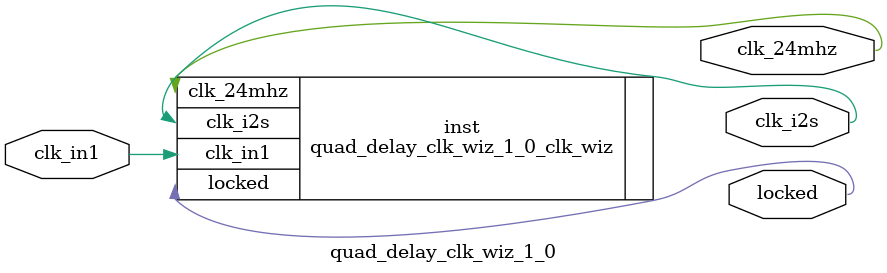
<source format=v>


`timescale 1ps/1ps

(* CORE_GENERATION_INFO = "quad_delay_clk_wiz_1_0,clk_wiz_v6_0_11_0_0,{component_name=quad_delay_clk_wiz_1_0,use_phase_alignment=true,use_min_o_jitter=false,use_max_i_jitter=false,use_dyn_phase_shift=false,use_inclk_switchover=false,use_dyn_reconfig=false,enable_axi=0,feedback_source=FDBK_AUTO,PRIMITIVE=MMCM,num_out_clk=2,clkin1_period=8.138,clkin2_period=10.000,use_power_down=false,use_reset=false,use_locked=true,use_inclk_stopped=false,feedback_type=SINGLE,CLOCK_MGR_TYPE=NA,manual_override=false}" *)

module quad_delay_clk_wiz_1_0 
 (
  // Clock out ports
  output        clk_i2s,
  output        clk_24mhz,
  // Status and control signals
  output        locked,
 // Clock in ports
  input         clk_in1
 );

  quad_delay_clk_wiz_1_0_clk_wiz inst
  (
  // Clock out ports  
  .clk_i2s(clk_i2s),
  .clk_24mhz(clk_24mhz),
  // Status and control signals               
  .locked(locked),
 // Clock in ports
  .clk_in1(clk_in1)
  );

endmodule

</source>
